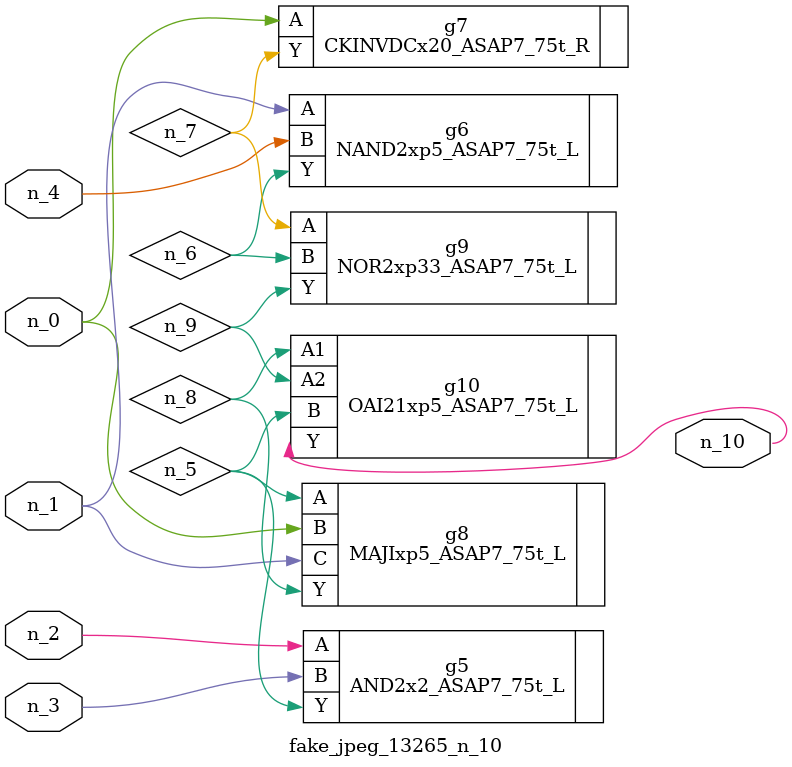
<source format=v>
module fake_jpeg_13265_n_10 (n_3, n_2, n_1, n_0, n_4, n_10);

input n_3;
input n_2;
input n_1;
input n_0;
input n_4;

output n_10;

wire n_8;
wire n_9;
wire n_6;
wire n_5;
wire n_7;

AND2x2_ASAP7_75t_L g5 ( 
.A(n_2),
.B(n_3),
.Y(n_5)
);

NAND2xp5_ASAP7_75t_L g6 ( 
.A(n_1),
.B(n_4),
.Y(n_6)
);

CKINVDCx20_ASAP7_75t_R g7 ( 
.A(n_0),
.Y(n_7)
);

MAJIxp5_ASAP7_75t_L g8 ( 
.A(n_5),
.B(n_0),
.C(n_1),
.Y(n_8)
);

OAI21xp5_ASAP7_75t_L g10 ( 
.A1(n_8),
.A2(n_9),
.B(n_5),
.Y(n_10)
);

NOR2xp33_ASAP7_75t_L g9 ( 
.A(n_7),
.B(n_6),
.Y(n_9)
);


endmodule
</source>
